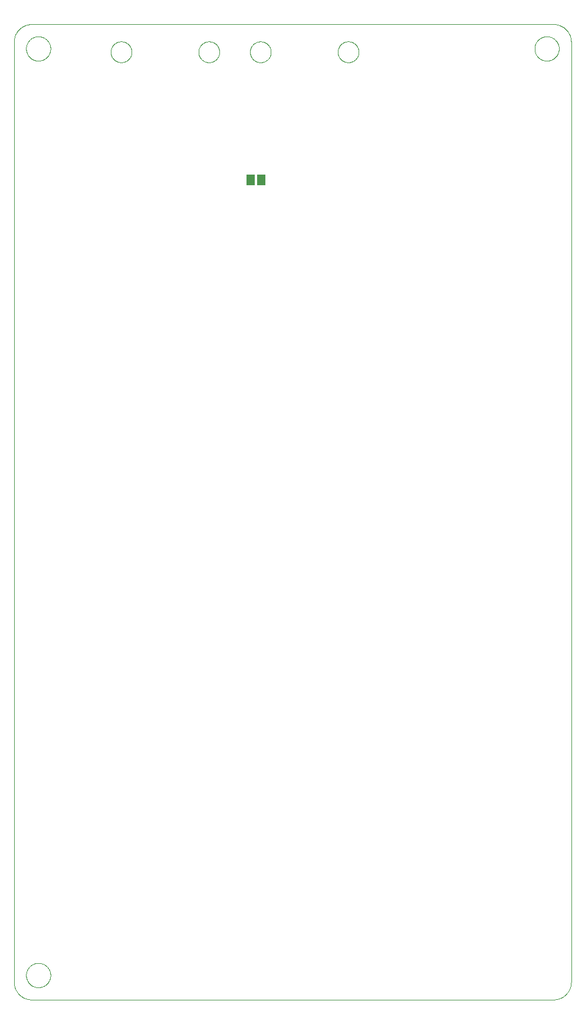
<source format=gbp>
G75*
%MOIN*%
%OFA0B0*%
%FSLAX25Y25*%
%IPPOS*%
%LPD*%
%AMOC8*
5,1,8,0,0,1.08239X$1,22.5*
%
%ADD10C,0.00000*%
%ADD11R,0.04600X0.06300*%
D10*
X0040833Y0051620D02*
X0040833Y0582801D01*
X0040836Y0583043D01*
X0040845Y0583284D01*
X0040859Y0583525D01*
X0040880Y0583766D01*
X0040906Y0584006D01*
X0040938Y0584246D01*
X0040976Y0584485D01*
X0041019Y0584722D01*
X0041069Y0584959D01*
X0041124Y0585194D01*
X0041184Y0585428D01*
X0041251Y0585660D01*
X0041322Y0585891D01*
X0041400Y0586120D01*
X0041483Y0586347D01*
X0041571Y0586572D01*
X0041665Y0586795D01*
X0041764Y0587015D01*
X0041869Y0587233D01*
X0041978Y0587448D01*
X0042093Y0587661D01*
X0042213Y0587871D01*
X0042338Y0588077D01*
X0042468Y0588281D01*
X0042603Y0588482D01*
X0042743Y0588679D01*
X0042887Y0588873D01*
X0043036Y0589063D01*
X0043190Y0589249D01*
X0043348Y0589432D01*
X0043510Y0589611D01*
X0043677Y0589786D01*
X0043848Y0589957D01*
X0044023Y0590124D01*
X0044202Y0590286D01*
X0044385Y0590444D01*
X0044571Y0590598D01*
X0044761Y0590747D01*
X0044955Y0590891D01*
X0045152Y0591031D01*
X0045353Y0591166D01*
X0045557Y0591296D01*
X0045763Y0591421D01*
X0045973Y0591541D01*
X0046186Y0591656D01*
X0046401Y0591765D01*
X0046619Y0591870D01*
X0046839Y0591969D01*
X0047062Y0592063D01*
X0047287Y0592151D01*
X0047514Y0592234D01*
X0047743Y0592312D01*
X0047974Y0592383D01*
X0048206Y0592450D01*
X0048440Y0592510D01*
X0048675Y0592565D01*
X0048912Y0592615D01*
X0049149Y0592658D01*
X0049388Y0592696D01*
X0049628Y0592728D01*
X0049868Y0592754D01*
X0050109Y0592775D01*
X0050350Y0592789D01*
X0050591Y0592798D01*
X0050833Y0592801D01*
X0345794Y0592801D01*
X0346036Y0592798D01*
X0346277Y0592789D01*
X0346518Y0592775D01*
X0346759Y0592754D01*
X0346999Y0592728D01*
X0347239Y0592696D01*
X0347478Y0592658D01*
X0347715Y0592615D01*
X0347952Y0592565D01*
X0348187Y0592510D01*
X0348421Y0592450D01*
X0348653Y0592383D01*
X0348884Y0592312D01*
X0349113Y0592234D01*
X0349340Y0592151D01*
X0349565Y0592063D01*
X0349788Y0591969D01*
X0350008Y0591870D01*
X0350226Y0591765D01*
X0350441Y0591656D01*
X0350654Y0591541D01*
X0350864Y0591421D01*
X0351070Y0591296D01*
X0351274Y0591166D01*
X0351475Y0591031D01*
X0351672Y0590891D01*
X0351866Y0590747D01*
X0352056Y0590598D01*
X0352242Y0590444D01*
X0352425Y0590286D01*
X0352604Y0590124D01*
X0352779Y0589957D01*
X0352950Y0589786D01*
X0353117Y0589611D01*
X0353279Y0589432D01*
X0353437Y0589249D01*
X0353591Y0589063D01*
X0353740Y0588873D01*
X0353884Y0588679D01*
X0354024Y0588482D01*
X0354159Y0588281D01*
X0354289Y0588077D01*
X0354414Y0587871D01*
X0354534Y0587661D01*
X0354649Y0587448D01*
X0354758Y0587233D01*
X0354863Y0587015D01*
X0354962Y0586795D01*
X0355056Y0586572D01*
X0355144Y0586347D01*
X0355227Y0586120D01*
X0355305Y0585891D01*
X0355376Y0585660D01*
X0355443Y0585428D01*
X0355503Y0585194D01*
X0355558Y0584959D01*
X0355608Y0584722D01*
X0355651Y0584485D01*
X0355689Y0584246D01*
X0355721Y0584006D01*
X0355747Y0583766D01*
X0355768Y0583525D01*
X0355782Y0583284D01*
X0355791Y0583043D01*
X0355794Y0582801D01*
X0355794Y0051620D01*
X0355791Y0051378D01*
X0355782Y0051137D01*
X0355768Y0050896D01*
X0355747Y0050655D01*
X0355721Y0050415D01*
X0355689Y0050175D01*
X0355651Y0049936D01*
X0355608Y0049699D01*
X0355558Y0049462D01*
X0355503Y0049227D01*
X0355443Y0048993D01*
X0355376Y0048761D01*
X0355305Y0048530D01*
X0355227Y0048301D01*
X0355144Y0048074D01*
X0355056Y0047849D01*
X0354962Y0047626D01*
X0354863Y0047406D01*
X0354758Y0047188D01*
X0354649Y0046973D01*
X0354534Y0046760D01*
X0354414Y0046550D01*
X0354289Y0046344D01*
X0354159Y0046140D01*
X0354024Y0045939D01*
X0353884Y0045742D01*
X0353740Y0045548D01*
X0353591Y0045358D01*
X0353437Y0045172D01*
X0353279Y0044989D01*
X0353117Y0044810D01*
X0352950Y0044635D01*
X0352779Y0044464D01*
X0352604Y0044297D01*
X0352425Y0044135D01*
X0352242Y0043977D01*
X0352056Y0043823D01*
X0351866Y0043674D01*
X0351672Y0043530D01*
X0351475Y0043390D01*
X0351274Y0043255D01*
X0351070Y0043125D01*
X0350864Y0043000D01*
X0350654Y0042880D01*
X0350441Y0042765D01*
X0350226Y0042656D01*
X0350008Y0042551D01*
X0349788Y0042452D01*
X0349565Y0042358D01*
X0349340Y0042270D01*
X0349113Y0042187D01*
X0348884Y0042109D01*
X0348653Y0042038D01*
X0348421Y0041971D01*
X0348187Y0041911D01*
X0347952Y0041856D01*
X0347715Y0041806D01*
X0347478Y0041763D01*
X0347239Y0041725D01*
X0346999Y0041693D01*
X0346759Y0041667D01*
X0346518Y0041646D01*
X0346277Y0041632D01*
X0346036Y0041623D01*
X0345794Y0041620D01*
X0050833Y0041620D01*
X0050591Y0041623D01*
X0050350Y0041632D01*
X0050109Y0041646D01*
X0049868Y0041667D01*
X0049628Y0041693D01*
X0049388Y0041725D01*
X0049149Y0041763D01*
X0048912Y0041806D01*
X0048675Y0041856D01*
X0048440Y0041911D01*
X0048206Y0041971D01*
X0047974Y0042038D01*
X0047743Y0042109D01*
X0047514Y0042187D01*
X0047287Y0042270D01*
X0047062Y0042358D01*
X0046839Y0042452D01*
X0046619Y0042551D01*
X0046401Y0042656D01*
X0046186Y0042765D01*
X0045973Y0042880D01*
X0045763Y0043000D01*
X0045557Y0043125D01*
X0045353Y0043255D01*
X0045152Y0043390D01*
X0044955Y0043530D01*
X0044761Y0043674D01*
X0044571Y0043823D01*
X0044385Y0043977D01*
X0044202Y0044135D01*
X0044023Y0044297D01*
X0043848Y0044464D01*
X0043677Y0044635D01*
X0043510Y0044810D01*
X0043348Y0044989D01*
X0043190Y0045172D01*
X0043036Y0045358D01*
X0042887Y0045548D01*
X0042743Y0045742D01*
X0042603Y0045939D01*
X0042468Y0046140D01*
X0042338Y0046344D01*
X0042213Y0046550D01*
X0042093Y0046760D01*
X0041978Y0046973D01*
X0041869Y0047188D01*
X0041764Y0047406D01*
X0041665Y0047626D01*
X0041571Y0047849D01*
X0041483Y0048074D01*
X0041400Y0048301D01*
X0041322Y0048530D01*
X0041251Y0048761D01*
X0041184Y0048993D01*
X0041124Y0049227D01*
X0041069Y0049462D01*
X0041019Y0049699D01*
X0040976Y0049936D01*
X0040938Y0050175D01*
X0040906Y0050415D01*
X0040880Y0050655D01*
X0040859Y0050896D01*
X0040845Y0051137D01*
X0040836Y0051378D01*
X0040833Y0051620D01*
X0047723Y0055399D02*
X0047725Y0055568D01*
X0047731Y0055737D01*
X0047742Y0055906D01*
X0047756Y0056074D01*
X0047775Y0056242D01*
X0047798Y0056410D01*
X0047824Y0056577D01*
X0047855Y0056743D01*
X0047890Y0056909D01*
X0047929Y0057073D01*
X0047973Y0057237D01*
X0048020Y0057399D01*
X0048071Y0057560D01*
X0048126Y0057720D01*
X0048185Y0057879D01*
X0048247Y0058036D01*
X0048314Y0058191D01*
X0048385Y0058345D01*
X0048459Y0058497D01*
X0048537Y0058647D01*
X0048618Y0058795D01*
X0048703Y0058941D01*
X0048792Y0059085D01*
X0048884Y0059227D01*
X0048980Y0059366D01*
X0049079Y0059503D01*
X0049181Y0059638D01*
X0049287Y0059770D01*
X0049396Y0059899D01*
X0049508Y0060026D01*
X0049623Y0060150D01*
X0049741Y0060271D01*
X0049862Y0060389D01*
X0049986Y0060504D01*
X0050113Y0060616D01*
X0050242Y0060725D01*
X0050374Y0060831D01*
X0050509Y0060933D01*
X0050646Y0061032D01*
X0050785Y0061128D01*
X0050927Y0061220D01*
X0051071Y0061309D01*
X0051217Y0061394D01*
X0051365Y0061475D01*
X0051515Y0061553D01*
X0051667Y0061627D01*
X0051821Y0061698D01*
X0051976Y0061765D01*
X0052133Y0061827D01*
X0052292Y0061886D01*
X0052452Y0061941D01*
X0052613Y0061992D01*
X0052775Y0062039D01*
X0052939Y0062083D01*
X0053103Y0062122D01*
X0053269Y0062157D01*
X0053435Y0062188D01*
X0053602Y0062214D01*
X0053770Y0062237D01*
X0053938Y0062256D01*
X0054106Y0062270D01*
X0054275Y0062281D01*
X0054444Y0062287D01*
X0054613Y0062289D01*
X0054782Y0062287D01*
X0054951Y0062281D01*
X0055120Y0062270D01*
X0055288Y0062256D01*
X0055456Y0062237D01*
X0055624Y0062214D01*
X0055791Y0062188D01*
X0055957Y0062157D01*
X0056123Y0062122D01*
X0056287Y0062083D01*
X0056451Y0062039D01*
X0056613Y0061992D01*
X0056774Y0061941D01*
X0056934Y0061886D01*
X0057093Y0061827D01*
X0057250Y0061765D01*
X0057405Y0061698D01*
X0057559Y0061627D01*
X0057711Y0061553D01*
X0057861Y0061475D01*
X0058009Y0061394D01*
X0058155Y0061309D01*
X0058299Y0061220D01*
X0058441Y0061128D01*
X0058580Y0061032D01*
X0058717Y0060933D01*
X0058852Y0060831D01*
X0058984Y0060725D01*
X0059113Y0060616D01*
X0059240Y0060504D01*
X0059364Y0060389D01*
X0059485Y0060271D01*
X0059603Y0060150D01*
X0059718Y0060026D01*
X0059830Y0059899D01*
X0059939Y0059770D01*
X0060045Y0059638D01*
X0060147Y0059503D01*
X0060246Y0059366D01*
X0060342Y0059227D01*
X0060434Y0059085D01*
X0060523Y0058941D01*
X0060608Y0058795D01*
X0060689Y0058647D01*
X0060767Y0058497D01*
X0060841Y0058345D01*
X0060912Y0058191D01*
X0060979Y0058036D01*
X0061041Y0057879D01*
X0061100Y0057720D01*
X0061155Y0057560D01*
X0061206Y0057399D01*
X0061253Y0057237D01*
X0061297Y0057073D01*
X0061336Y0056909D01*
X0061371Y0056743D01*
X0061402Y0056577D01*
X0061428Y0056410D01*
X0061451Y0056242D01*
X0061470Y0056074D01*
X0061484Y0055906D01*
X0061495Y0055737D01*
X0061501Y0055568D01*
X0061503Y0055399D01*
X0061501Y0055230D01*
X0061495Y0055061D01*
X0061484Y0054892D01*
X0061470Y0054724D01*
X0061451Y0054556D01*
X0061428Y0054388D01*
X0061402Y0054221D01*
X0061371Y0054055D01*
X0061336Y0053889D01*
X0061297Y0053725D01*
X0061253Y0053561D01*
X0061206Y0053399D01*
X0061155Y0053238D01*
X0061100Y0053078D01*
X0061041Y0052919D01*
X0060979Y0052762D01*
X0060912Y0052607D01*
X0060841Y0052453D01*
X0060767Y0052301D01*
X0060689Y0052151D01*
X0060608Y0052003D01*
X0060523Y0051857D01*
X0060434Y0051713D01*
X0060342Y0051571D01*
X0060246Y0051432D01*
X0060147Y0051295D01*
X0060045Y0051160D01*
X0059939Y0051028D01*
X0059830Y0050899D01*
X0059718Y0050772D01*
X0059603Y0050648D01*
X0059485Y0050527D01*
X0059364Y0050409D01*
X0059240Y0050294D01*
X0059113Y0050182D01*
X0058984Y0050073D01*
X0058852Y0049967D01*
X0058717Y0049865D01*
X0058580Y0049766D01*
X0058441Y0049670D01*
X0058299Y0049578D01*
X0058155Y0049489D01*
X0058009Y0049404D01*
X0057861Y0049323D01*
X0057711Y0049245D01*
X0057559Y0049171D01*
X0057405Y0049100D01*
X0057250Y0049033D01*
X0057093Y0048971D01*
X0056934Y0048912D01*
X0056774Y0048857D01*
X0056613Y0048806D01*
X0056451Y0048759D01*
X0056287Y0048715D01*
X0056123Y0048676D01*
X0055957Y0048641D01*
X0055791Y0048610D01*
X0055624Y0048584D01*
X0055456Y0048561D01*
X0055288Y0048542D01*
X0055120Y0048528D01*
X0054951Y0048517D01*
X0054782Y0048511D01*
X0054613Y0048509D01*
X0054444Y0048511D01*
X0054275Y0048517D01*
X0054106Y0048528D01*
X0053938Y0048542D01*
X0053770Y0048561D01*
X0053602Y0048584D01*
X0053435Y0048610D01*
X0053269Y0048641D01*
X0053103Y0048676D01*
X0052939Y0048715D01*
X0052775Y0048759D01*
X0052613Y0048806D01*
X0052452Y0048857D01*
X0052292Y0048912D01*
X0052133Y0048971D01*
X0051976Y0049033D01*
X0051821Y0049100D01*
X0051667Y0049171D01*
X0051515Y0049245D01*
X0051365Y0049323D01*
X0051217Y0049404D01*
X0051071Y0049489D01*
X0050927Y0049578D01*
X0050785Y0049670D01*
X0050646Y0049766D01*
X0050509Y0049865D01*
X0050374Y0049967D01*
X0050242Y0050073D01*
X0050113Y0050182D01*
X0049986Y0050294D01*
X0049862Y0050409D01*
X0049741Y0050527D01*
X0049623Y0050648D01*
X0049508Y0050772D01*
X0049396Y0050899D01*
X0049287Y0051028D01*
X0049181Y0051160D01*
X0049079Y0051295D01*
X0048980Y0051432D01*
X0048884Y0051571D01*
X0048792Y0051713D01*
X0048703Y0051857D01*
X0048618Y0052003D01*
X0048537Y0052151D01*
X0048459Y0052301D01*
X0048385Y0052453D01*
X0048314Y0052607D01*
X0048247Y0052762D01*
X0048185Y0052919D01*
X0048126Y0053078D01*
X0048071Y0053238D01*
X0048020Y0053399D01*
X0047973Y0053561D01*
X0047929Y0053725D01*
X0047890Y0053889D01*
X0047855Y0054055D01*
X0047824Y0054221D01*
X0047798Y0054388D01*
X0047775Y0054556D01*
X0047756Y0054724D01*
X0047742Y0054892D01*
X0047731Y0055061D01*
X0047725Y0055230D01*
X0047723Y0055399D01*
X0047723Y0579022D02*
X0047725Y0579191D01*
X0047731Y0579360D01*
X0047742Y0579529D01*
X0047756Y0579697D01*
X0047775Y0579865D01*
X0047798Y0580033D01*
X0047824Y0580200D01*
X0047855Y0580366D01*
X0047890Y0580532D01*
X0047929Y0580696D01*
X0047973Y0580860D01*
X0048020Y0581022D01*
X0048071Y0581183D01*
X0048126Y0581343D01*
X0048185Y0581502D01*
X0048247Y0581659D01*
X0048314Y0581814D01*
X0048385Y0581968D01*
X0048459Y0582120D01*
X0048537Y0582270D01*
X0048618Y0582418D01*
X0048703Y0582564D01*
X0048792Y0582708D01*
X0048884Y0582850D01*
X0048980Y0582989D01*
X0049079Y0583126D01*
X0049181Y0583261D01*
X0049287Y0583393D01*
X0049396Y0583522D01*
X0049508Y0583649D01*
X0049623Y0583773D01*
X0049741Y0583894D01*
X0049862Y0584012D01*
X0049986Y0584127D01*
X0050113Y0584239D01*
X0050242Y0584348D01*
X0050374Y0584454D01*
X0050509Y0584556D01*
X0050646Y0584655D01*
X0050785Y0584751D01*
X0050927Y0584843D01*
X0051071Y0584932D01*
X0051217Y0585017D01*
X0051365Y0585098D01*
X0051515Y0585176D01*
X0051667Y0585250D01*
X0051821Y0585321D01*
X0051976Y0585388D01*
X0052133Y0585450D01*
X0052292Y0585509D01*
X0052452Y0585564D01*
X0052613Y0585615D01*
X0052775Y0585662D01*
X0052939Y0585706D01*
X0053103Y0585745D01*
X0053269Y0585780D01*
X0053435Y0585811D01*
X0053602Y0585837D01*
X0053770Y0585860D01*
X0053938Y0585879D01*
X0054106Y0585893D01*
X0054275Y0585904D01*
X0054444Y0585910D01*
X0054613Y0585912D01*
X0054782Y0585910D01*
X0054951Y0585904D01*
X0055120Y0585893D01*
X0055288Y0585879D01*
X0055456Y0585860D01*
X0055624Y0585837D01*
X0055791Y0585811D01*
X0055957Y0585780D01*
X0056123Y0585745D01*
X0056287Y0585706D01*
X0056451Y0585662D01*
X0056613Y0585615D01*
X0056774Y0585564D01*
X0056934Y0585509D01*
X0057093Y0585450D01*
X0057250Y0585388D01*
X0057405Y0585321D01*
X0057559Y0585250D01*
X0057711Y0585176D01*
X0057861Y0585098D01*
X0058009Y0585017D01*
X0058155Y0584932D01*
X0058299Y0584843D01*
X0058441Y0584751D01*
X0058580Y0584655D01*
X0058717Y0584556D01*
X0058852Y0584454D01*
X0058984Y0584348D01*
X0059113Y0584239D01*
X0059240Y0584127D01*
X0059364Y0584012D01*
X0059485Y0583894D01*
X0059603Y0583773D01*
X0059718Y0583649D01*
X0059830Y0583522D01*
X0059939Y0583393D01*
X0060045Y0583261D01*
X0060147Y0583126D01*
X0060246Y0582989D01*
X0060342Y0582850D01*
X0060434Y0582708D01*
X0060523Y0582564D01*
X0060608Y0582418D01*
X0060689Y0582270D01*
X0060767Y0582120D01*
X0060841Y0581968D01*
X0060912Y0581814D01*
X0060979Y0581659D01*
X0061041Y0581502D01*
X0061100Y0581343D01*
X0061155Y0581183D01*
X0061206Y0581022D01*
X0061253Y0580860D01*
X0061297Y0580696D01*
X0061336Y0580532D01*
X0061371Y0580366D01*
X0061402Y0580200D01*
X0061428Y0580033D01*
X0061451Y0579865D01*
X0061470Y0579697D01*
X0061484Y0579529D01*
X0061495Y0579360D01*
X0061501Y0579191D01*
X0061503Y0579022D01*
X0061501Y0578853D01*
X0061495Y0578684D01*
X0061484Y0578515D01*
X0061470Y0578347D01*
X0061451Y0578179D01*
X0061428Y0578011D01*
X0061402Y0577844D01*
X0061371Y0577678D01*
X0061336Y0577512D01*
X0061297Y0577348D01*
X0061253Y0577184D01*
X0061206Y0577022D01*
X0061155Y0576861D01*
X0061100Y0576701D01*
X0061041Y0576542D01*
X0060979Y0576385D01*
X0060912Y0576230D01*
X0060841Y0576076D01*
X0060767Y0575924D01*
X0060689Y0575774D01*
X0060608Y0575626D01*
X0060523Y0575480D01*
X0060434Y0575336D01*
X0060342Y0575194D01*
X0060246Y0575055D01*
X0060147Y0574918D01*
X0060045Y0574783D01*
X0059939Y0574651D01*
X0059830Y0574522D01*
X0059718Y0574395D01*
X0059603Y0574271D01*
X0059485Y0574150D01*
X0059364Y0574032D01*
X0059240Y0573917D01*
X0059113Y0573805D01*
X0058984Y0573696D01*
X0058852Y0573590D01*
X0058717Y0573488D01*
X0058580Y0573389D01*
X0058441Y0573293D01*
X0058299Y0573201D01*
X0058155Y0573112D01*
X0058009Y0573027D01*
X0057861Y0572946D01*
X0057711Y0572868D01*
X0057559Y0572794D01*
X0057405Y0572723D01*
X0057250Y0572656D01*
X0057093Y0572594D01*
X0056934Y0572535D01*
X0056774Y0572480D01*
X0056613Y0572429D01*
X0056451Y0572382D01*
X0056287Y0572338D01*
X0056123Y0572299D01*
X0055957Y0572264D01*
X0055791Y0572233D01*
X0055624Y0572207D01*
X0055456Y0572184D01*
X0055288Y0572165D01*
X0055120Y0572151D01*
X0054951Y0572140D01*
X0054782Y0572134D01*
X0054613Y0572132D01*
X0054444Y0572134D01*
X0054275Y0572140D01*
X0054106Y0572151D01*
X0053938Y0572165D01*
X0053770Y0572184D01*
X0053602Y0572207D01*
X0053435Y0572233D01*
X0053269Y0572264D01*
X0053103Y0572299D01*
X0052939Y0572338D01*
X0052775Y0572382D01*
X0052613Y0572429D01*
X0052452Y0572480D01*
X0052292Y0572535D01*
X0052133Y0572594D01*
X0051976Y0572656D01*
X0051821Y0572723D01*
X0051667Y0572794D01*
X0051515Y0572868D01*
X0051365Y0572946D01*
X0051217Y0573027D01*
X0051071Y0573112D01*
X0050927Y0573201D01*
X0050785Y0573293D01*
X0050646Y0573389D01*
X0050509Y0573488D01*
X0050374Y0573590D01*
X0050242Y0573696D01*
X0050113Y0573805D01*
X0049986Y0573917D01*
X0049862Y0574032D01*
X0049741Y0574150D01*
X0049623Y0574271D01*
X0049508Y0574395D01*
X0049396Y0574522D01*
X0049287Y0574651D01*
X0049181Y0574783D01*
X0049079Y0574918D01*
X0048980Y0575055D01*
X0048884Y0575194D01*
X0048792Y0575336D01*
X0048703Y0575480D01*
X0048618Y0575626D01*
X0048537Y0575774D01*
X0048459Y0575924D01*
X0048385Y0576076D01*
X0048314Y0576230D01*
X0048247Y0576385D01*
X0048185Y0576542D01*
X0048126Y0576701D01*
X0048071Y0576861D01*
X0048020Y0577022D01*
X0047973Y0577184D01*
X0047929Y0577348D01*
X0047890Y0577512D01*
X0047855Y0577678D01*
X0047824Y0577844D01*
X0047798Y0578011D01*
X0047775Y0578179D01*
X0047756Y0578347D01*
X0047742Y0578515D01*
X0047731Y0578684D01*
X0047725Y0578853D01*
X0047723Y0579022D01*
X0095557Y0577132D02*
X0095559Y0577285D01*
X0095565Y0577439D01*
X0095575Y0577592D01*
X0095589Y0577744D01*
X0095607Y0577897D01*
X0095629Y0578048D01*
X0095654Y0578199D01*
X0095684Y0578350D01*
X0095718Y0578500D01*
X0095755Y0578648D01*
X0095796Y0578796D01*
X0095841Y0578942D01*
X0095890Y0579088D01*
X0095943Y0579232D01*
X0095999Y0579374D01*
X0096059Y0579515D01*
X0096123Y0579655D01*
X0096190Y0579793D01*
X0096261Y0579929D01*
X0096336Y0580063D01*
X0096413Y0580195D01*
X0096495Y0580325D01*
X0096579Y0580453D01*
X0096667Y0580579D01*
X0096758Y0580702D01*
X0096852Y0580823D01*
X0096950Y0580941D01*
X0097050Y0581057D01*
X0097154Y0581170D01*
X0097260Y0581281D01*
X0097369Y0581389D01*
X0097481Y0581494D01*
X0097595Y0581595D01*
X0097713Y0581694D01*
X0097832Y0581790D01*
X0097954Y0581883D01*
X0098079Y0581972D01*
X0098206Y0582059D01*
X0098335Y0582141D01*
X0098466Y0582221D01*
X0098599Y0582297D01*
X0098734Y0582370D01*
X0098871Y0582439D01*
X0099010Y0582504D01*
X0099150Y0582566D01*
X0099292Y0582624D01*
X0099435Y0582679D01*
X0099580Y0582730D01*
X0099726Y0582777D01*
X0099873Y0582820D01*
X0100021Y0582859D01*
X0100170Y0582895D01*
X0100320Y0582926D01*
X0100471Y0582954D01*
X0100622Y0582978D01*
X0100775Y0582998D01*
X0100927Y0583014D01*
X0101080Y0583026D01*
X0101233Y0583034D01*
X0101386Y0583038D01*
X0101540Y0583038D01*
X0101693Y0583034D01*
X0101846Y0583026D01*
X0101999Y0583014D01*
X0102151Y0582998D01*
X0102304Y0582978D01*
X0102455Y0582954D01*
X0102606Y0582926D01*
X0102756Y0582895D01*
X0102905Y0582859D01*
X0103053Y0582820D01*
X0103200Y0582777D01*
X0103346Y0582730D01*
X0103491Y0582679D01*
X0103634Y0582624D01*
X0103776Y0582566D01*
X0103916Y0582504D01*
X0104055Y0582439D01*
X0104192Y0582370D01*
X0104327Y0582297D01*
X0104460Y0582221D01*
X0104591Y0582141D01*
X0104720Y0582059D01*
X0104847Y0581972D01*
X0104972Y0581883D01*
X0105094Y0581790D01*
X0105213Y0581694D01*
X0105331Y0581595D01*
X0105445Y0581494D01*
X0105557Y0581389D01*
X0105666Y0581281D01*
X0105772Y0581170D01*
X0105876Y0581057D01*
X0105976Y0580941D01*
X0106074Y0580823D01*
X0106168Y0580702D01*
X0106259Y0580579D01*
X0106347Y0580453D01*
X0106431Y0580325D01*
X0106513Y0580195D01*
X0106590Y0580063D01*
X0106665Y0579929D01*
X0106736Y0579793D01*
X0106803Y0579655D01*
X0106867Y0579515D01*
X0106927Y0579374D01*
X0106983Y0579232D01*
X0107036Y0579088D01*
X0107085Y0578942D01*
X0107130Y0578796D01*
X0107171Y0578648D01*
X0107208Y0578500D01*
X0107242Y0578350D01*
X0107272Y0578199D01*
X0107297Y0578048D01*
X0107319Y0577897D01*
X0107337Y0577744D01*
X0107351Y0577592D01*
X0107361Y0577439D01*
X0107367Y0577285D01*
X0107369Y0577132D01*
X0107367Y0576979D01*
X0107361Y0576825D01*
X0107351Y0576672D01*
X0107337Y0576520D01*
X0107319Y0576367D01*
X0107297Y0576216D01*
X0107272Y0576065D01*
X0107242Y0575914D01*
X0107208Y0575764D01*
X0107171Y0575616D01*
X0107130Y0575468D01*
X0107085Y0575322D01*
X0107036Y0575176D01*
X0106983Y0575032D01*
X0106927Y0574890D01*
X0106867Y0574749D01*
X0106803Y0574609D01*
X0106736Y0574471D01*
X0106665Y0574335D01*
X0106590Y0574201D01*
X0106513Y0574069D01*
X0106431Y0573939D01*
X0106347Y0573811D01*
X0106259Y0573685D01*
X0106168Y0573562D01*
X0106074Y0573441D01*
X0105976Y0573323D01*
X0105876Y0573207D01*
X0105772Y0573094D01*
X0105666Y0572983D01*
X0105557Y0572875D01*
X0105445Y0572770D01*
X0105331Y0572669D01*
X0105213Y0572570D01*
X0105094Y0572474D01*
X0104972Y0572381D01*
X0104847Y0572292D01*
X0104720Y0572205D01*
X0104591Y0572123D01*
X0104460Y0572043D01*
X0104327Y0571967D01*
X0104192Y0571894D01*
X0104055Y0571825D01*
X0103916Y0571760D01*
X0103776Y0571698D01*
X0103634Y0571640D01*
X0103491Y0571585D01*
X0103346Y0571534D01*
X0103200Y0571487D01*
X0103053Y0571444D01*
X0102905Y0571405D01*
X0102756Y0571369D01*
X0102606Y0571338D01*
X0102455Y0571310D01*
X0102304Y0571286D01*
X0102151Y0571266D01*
X0101999Y0571250D01*
X0101846Y0571238D01*
X0101693Y0571230D01*
X0101540Y0571226D01*
X0101386Y0571226D01*
X0101233Y0571230D01*
X0101080Y0571238D01*
X0100927Y0571250D01*
X0100775Y0571266D01*
X0100622Y0571286D01*
X0100471Y0571310D01*
X0100320Y0571338D01*
X0100170Y0571369D01*
X0100021Y0571405D01*
X0099873Y0571444D01*
X0099726Y0571487D01*
X0099580Y0571534D01*
X0099435Y0571585D01*
X0099292Y0571640D01*
X0099150Y0571698D01*
X0099010Y0571760D01*
X0098871Y0571825D01*
X0098734Y0571894D01*
X0098599Y0571967D01*
X0098466Y0572043D01*
X0098335Y0572123D01*
X0098206Y0572205D01*
X0098079Y0572292D01*
X0097954Y0572381D01*
X0097832Y0572474D01*
X0097713Y0572570D01*
X0097595Y0572669D01*
X0097481Y0572770D01*
X0097369Y0572875D01*
X0097260Y0572983D01*
X0097154Y0573094D01*
X0097050Y0573207D01*
X0096950Y0573323D01*
X0096852Y0573441D01*
X0096758Y0573562D01*
X0096667Y0573685D01*
X0096579Y0573811D01*
X0096495Y0573939D01*
X0096413Y0574069D01*
X0096336Y0574201D01*
X0096261Y0574335D01*
X0096190Y0574471D01*
X0096123Y0574609D01*
X0096059Y0574749D01*
X0095999Y0574890D01*
X0095943Y0575032D01*
X0095890Y0575176D01*
X0095841Y0575322D01*
X0095796Y0575468D01*
X0095755Y0575616D01*
X0095718Y0575764D01*
X0095684Y0575914D01*
X0095654Y0576065D01*
X0095629Y0576216D01*
X0095607Y0576367D01*
X0095589Y0576520D01*
X0095575Y0576672D01*
X0095565Y0576825D01*
X0095559Y0576979D01*
X0095557Y0577132D01*
X0145164Y0577132D02*
X0145166Y0577285D01*
X0145172Y0577439D01*
X0145182Y0577592D01*
X0145196Y0577744D01*
X0145214Y0577897D01*
X0145236Y0578048D01*
X0145261Y0578199D01*
X0145291Y0578350D01*
X0145325Y0578500D01*
X0145362Y0578648D01*
X0145403Y0578796D01*
X0145448Y0578942D01*
X0145497Y0579088D01*
X0145550Y0579232D01*
X0145606Y0579374D01*
X0145666Y0579515D01*
X0145730Y0579655D01*
X0145797Y0579793D01*
X0145868Y0579929D01*
X0145943Y0580063D01*
X0146020Y0580195D01*
X0146102Y0580325D01*
X0146186Y0580453D01*
X0146274Y0580579D01*
X0146365Y0580702D01*
X0146459Y0580823D01*
X0146557Y0580941D01*
X0146657Y0581057D01*
X0146761Y0581170D01*
X0146867Y0581281D01*
X0146976Y0581389D01*
X0147088Y0581494D01*
X0147202Y0581595D01*
X0147320Y0581694D01*
X0147439Y0581790D01*
X0147561Y0581883D01*
X0147686Y0581972D01*
X0147813Y0582059D01*
X0147942Y0582141D01*
X0148073Y0582221D01*
X0148206Y0582297D01*
X0148341Y0582370D01*
X0148478Y0582439D01*
X0148617Y0582504D01*
X0148757Y0582566D01*
X0148899Y0582624D01*
X0149042Y0582679D01*
X0149187Y0582730D01*
X0149333Y0582777D01*
X0149480Y0582820D01*
X0149628Y0582859D01*
X0149777Y0582895D01*
X0149927Y0582926D01*
X0150078Y0582954D01*
X0150229Y0582978D01*
X0150382Y0582998D01*
X0150534Y0583014D01*
X0150687Y0583026D01*
X0150840Y0583034D01*
X0150993Y0583038D01*
X0151147Y0583038D01*
X0151300Y0583034D01*
X0151453Y0583026D01*
X0151606Y0583014D01*
X0151758Y0582998D01*
X0151911Y0582978D01*
X0152062Y0582954D01*
X0152213Y0582926D01*
X0152363Y0582895D01*
X0152512Y0582859D01*
X0152660Y0582820D01*
X0152807Y0582777D01*
X0152953Y0582730D01*
X0153098Y0582679D01*
X0153241Y0582624D01*
X0153383Y0582566D01*
X0153523Y0582504D01*
X0153662Y0582439D01*
X0153799Y0582370D01*
X0153934Y0582297D01*
X0154067Y0582221D01*
X0154198Y0582141D01*
X0154327Y0582059D01*
X0154454Y0581972D01*
X0154579Y0581883D01*
X0154701Y0581790D01*
X0154820Y0581694D01*
X0154938Y0581595D01*
X0155052Y0581494D01*
X0155164Y0581389D01*
X0155273Y0581281D01*
X0155379Y0581170D01*
X0155483Y0581057D01*
X0155583Y0580941D01*
X0155681Y0580823D01*
X0155775Y0580702D01*
X0155866Y0580579D01*
X0155954Y0580453D01*
X0156038Y0580325D01*
X0156120Y0580195D01*
X0156197Y0580063D01*
X0156272Y0579929D01*
X0156343Y0579793D01*
X0156410Y0579655D01*
X0156474Y0579515D01*
X0156534Y0579374D01*
X0156590Y0579232D01*
X0156643Y0579088D01*
X0156692Y0578942D01*
X0156737Y0578796D01*
X0156778Y0578648D01*
X0156815Y0578500D01*
X0156849Y0578350D01*
X0156879Y0578199D01*
X0156904Y0578048D01*
X0156926Y0577897D01*
X0156944Y0577744D01*
X0156958Y0577592D01*
X0156968Y0577439D01*
X0156974Y0577285D01*
X0156976Y0577132D01*
X0156974Y0576979D01*
X0156968Y0576825D01*
X0156958Y0576672D01*
X0156944Y0576520D01*
X0156926Y0576367D01*
X0156904Y0576216D01*
X0156879Y0576065D01*
X0156849Y0575914D01*
X0156815Y0575764D01*
X0156778Y0575616D01*
X0156737Y0575468D01*
X0156692Y0575322D01*
X0156643Y0575176D01*
X0156590Y0575032D01*
X0156534Y0574890D01*
X0156474Y0574749D01*
X0156410Y0574609D01*
X0156343Y0574471D01*
X0156272Y0574335D01*
X0156197Y0574201D01*
X0156120Y0574069D01*
X0156038Y0573939D01*
X0155954Y0573811D01*
X0155866Y0573685D01*
X0155775Y0573562D01*
X0155681Y0573441D01*
X0155583Y0573323D01*
X0155483Y0573207D01*
X0155379Y0573094D01*
X0155273Y0572983D01*
X0155164Y0572875D01*
X0155052Y0572770D01*
X0154938Y0572669D01*
X0154820Y0572570D01*
X0154701Y0572474D01*
X0154579Y0572381D01*
X0154454Y0572292D01*
X0154327Y0572205D01*
X0154198Y0572123D01*
X0154067Y0572043D01*
X0153934Y0571967D01*
X0153799Y0571894D01*
X0153662Y0571825D01*
X0153523Y0571760D01*
X0153383Y0571698D01*
X0153241Y0571640D01*
X0153098Y0571585D01*
X0152953Y0571534D01*
X0152807Y0571487D01*
X0152660Y0571444D01*
X0152512Y0571405D01*
X0152363Y0571369D01*
X0152213Y0571338D01*
X0152062Y0571310D01*
X0151911Y0571286D01*
X0151758Y0571266D01*
X0151606Y0571250D01*
X0151453Y0571238D01*
X0151300Y0571230D01*
X0151147Y0571226D01*
X0150993Y0571226D01*
X0150840Y0571230D01*
X0150687Y0571238D01*
X0150534Y0571250D01*
X0150382Y0571266D01*
X0150229Y0571286D01*
X0150078Y0571310D01*
X0149927Y0571338D01*
X0149777Y0571369D01*
X0149628Y0571405D01*
X0149480Y0571444D01*
X0149333Y0571487D01*
X0149187Y0571534D01*
X0149042Y0571585D01*
X0148899Y0571640D01*
X0148757Y0571698D01*
X0148617Y0571760D01*
X0148478Y0571825D01*
X0148341Y0571894D01*
X0148206Y0571967D01*
X0148073Y0572043D01*
X0147942Y0572123D01*
X0147813Y0572205D01*
X0147686Y0572292D01*
X0147561Y0572381D01*
X0147439Y0572474D01*
X0147320Y0572570D01*
X0147202Y0572669D01*
X0147088Y0572770D01*
X0146976Y0572875D01*
X0146867Y0572983D01*
X0146761Y0573094D01*
X0146657Y0573207D01*
X0146557Y0573323D01*
X0146459Y0573441D01*
X0146365Y0573562D01*
X0146274Y0573685D01*
X0146186Y0573811D01*
X0146102Y0573939D01*
X0146020Y0574069D01*
X0145943Y0574201D01*
X0145868Y0574335D01*
X0145797Y0574471D01*
X0145730Y0574609D01*
X0145666Y0574749D01*
X0145606Y0574890D01*
X0145550Y0575032D01*
X0145497Y0575176D01*
X0145448Y0575322D01*
X0145403Y0575468D01*
X0145362Y0575616D01*
X0145325Y0575764D01*
X0145291Y0575914D01*
X0145261Y0576065D01*
X0145236Y0576216D01*
X0145214Y0576367D01*
X0145196Y0576520D01*
X0145182Y0576672D01*
X0145172Y0576825D01*
X0145166Y0576979D01*
X0145164Y0577132D01*
X0174297Y0577132D02*
X0174299Y0577285D01*
X0174305Y0577439D01*
X0174315Y0577592D01*
X0174329Y0577744D01*
X0174347Y0577897D01*
X0174369Y0578048D01*
X0174394Y0578199D01*
X0174424Y0578350D01*
X0174458Y0578500D01*
X0174495Y0578648D01*
X0174536Y0578796D01*
X0174581Y0578942D01*
X0174630Y0579088D01*
X0174683Y0579232D01*
X0174739Y0579374D01*
X0174799Y0579515D01*
X0174863Y0579655D01*
X0174930Y0579793D01*
X0175001Y0579929D01*
X0175076Y0580063D01*
X0175153Y0580195D01*
X0175235Y0580325D01*
X0175319Y0580453D01*
X0175407Y0580579D01*
X0175498Y0580702D01*
X0175592Y0580823D01*
X0175690Y0580941D01*
X0175790Y0581057D01*
X0175894Y0581170D01*
X0176000Y0581281D01*
X0176109Y0581389D01*
X0176221Y0581494D01*
X0176335Y0581595D01*
X0176453Y0581694D01*
X0176572Y0581790D01*
X0176694Y0581883D01*
X0176819Y0581972D01*
X0176946Y0582059D01*
X0177075Y0582141D01*
X0177206Y0582221D01*
X0177339Y0582297D01*
X0177474Y0582370D01*
X0177611Y0582439D01*
X0177750Y0582504D01*
X0177890Y0582566D01*
X0178032Y0582624D01*
X0178175Y0582679D01*
X0178320Y0582730D01*
X0178466Y0582777D01*
X0178613Y0582820D01*
X0178761Y0582859D01*
X0178910Y0582895D01*
X0179060Y0582926D01*
X0179211Y0582954D01*
X0179362Y0582978D01*
X0179515Y0582998D01*
X0179667Y0583014D01*
X0179820Y0583026D01*
X0179973Y0583034D01*
X0180126Y0583038D01*
X0180280Y0583038D01*
X0180433Y0583034D01*
X0180586Y0583026D01*
X0180739Y0583014D01*
X0180891Y0582998D01*
X0181044Y0582978D01*
X0181195Y0582954D01*
X0181346Y0582926D01*
X0181496Y0582895D01*
X0181645Y0582859D01*
X0181793Y0582820D01*
X0181940Y0582777D01*
X0182086Y0582730D01*
X0182231Y0582679D01*
X0182374Y0582624D01*
X0182516Y0582566D01*
X0182656Y0582504D01*
X0182795Y0582439D01*
X0182932Y0582370D01*
X0183067Y0582297D01*
X0183200Y0582221D01*
X0183331Y0582141D01*
X0183460Y0582059D01*
X0183587Y0581972D01*
X0183712Y0581883D01*
X0183834Y0581790D01*
X0183953Y0581694D01*
X0184071Y0581595D01*
X0184185Y0581494D01*
X0184297Y0581389D01*
X0184406Y0581281D01*
X0184512Y0581170D01*
X0184616Y0581057D01*
X0184716Y0580941D01*
X0184814Y0580823D01*
X0184908Y0580702D01*
X0184999Y0580579D01*
X0185087Y0580453D01*
X0185171Y0580325D01*
X0185253Y0580195D01*
X0185330Y0580063D01*
X0185405Y0579929D01*
X0185476Y0579793D01*
X0185543Y0579655D01*
X0185607Y0579515D01*
X0185667Y0579374D01*
X0185723Y0579232D01*
X0185776Y0579088D01*
X0185825Y0578942D01*
X0185870Y0578796D01*
X0185911Y0578648D01*
X0185948Y0578500D01*
X0185982Y0578350D01*
X0186012Y0578199D01*
X0186037Y0578048D01*
X0186059Y0577897D01*
X0186077Y0577744D01*
X0186091Y0577592D01*
X0186101Y0577439D01*
X0186107Y0577285D01*
X0186109Y0577132D01*
X0186107Y0576979D01*
X0186101Y0576825D01*
X0186091Y0576672D01*
X0186077Y0576520D01*
X0186059Y0576367D01*
X0186037Y0576216D01*
X0186012Y0576065D01*
X0185982Y0575914D01*
X0185948Y0575764D01*
X0185911Y0575616D01*
X0185870Y0575468D01*
X0185825Y0575322D01*
X0185776Y0575176D01*
X0185723Y0575032D01*
X0185667Y0574890D01*
X0185607Y0574749D01*
X0185543Y0574609D01*
X0185476Y0574471D01*
X0185405Y0574335D01*
X0185330Y0574201D01*
X0185253Y0574069D01*
X0185171Y0573939D01*
X0185087Y0573811D01*
X0184999Y0573685D01*
X0184908Y0573562D01*
X0184814Y0573441D01*
X0184716Y0573323D01*
X0184616Y0573207D01*
X0184512Y0573094D01*
X0184406Y0572983D01*
X0184297Y0572875D01*
X0184185Y0572770D01*
X0184071Y0572669D01*
X0183953Y0572570D01*
X0183834Y0572474D01*
X0183712Y0572381D01*
X0183587Y0572292D01*
X0183460Y0572205D01*
X0183331Y0572123D01*
X0183200Y0572043D01*
X0183067Y0571967D01*
X0182932Y0571894D01*
X0182795Y0571825D01*
X0182656Y0571760D01*
X0182516Y0571698D01*
X0182374Y0571640D01*
X0182231Y0571585D01*
X0182086Y0571534D01*
X0181940Y0571487D01*
X0181793Y0571444D01*
X0181645Y0571405D01*
X0181496Y0571369D01*
X0181346Y0571338D01*
X0181195Y0571310D01*
X0181044Y0571286D01*
X0180891Y0571266D01*
X0180739Y0571250D01*
X0180586Y0571238D01*
X0180433Y0571230D01*
X0180280Y0571226D01*
X0180126Y0571226D01*
X0179973Y0571230D01*
X0179820Y0571238D01*
X0179667Y0571250D01*
X0179515Y0571266D01*
X0179362Y0571286D01*
X0179211Y0571310D01*
X0179060Y0571338D01*
X0178910Y0571369D01*
X0178761Y0571405D01*
X0178613Y0571444D01*
X0178466Y0571487D01*
X0178320Y0571534D01*
X0178175Y0571585D01*
X0178032Y0571640D01*
X0177890Y0571698D01*
X0177750Y0571760D01*
X0177611Y0571825D01*
X0177474Y0571894D01*
X0177339Y0571967D01*
X0177206Y0572043D01*
X0177075Y0572123D01*
X0176946Y0572205D01*
X0176819Y0572292D01*
X0176694Y0572381D01*
X0176572Y0572474D01*
X0176453Y0572570D01*
X0176335Y0572669D01*
X0176221Y0572770D01*
X0176109Y0572875D01*
X0176000Y0572983D01*
X0175894Y0573094D01*
X0175790Y0573207D01*
X0175690Y0573323D01*
X0175592Y0573441D01*
X0175498Y0573562D01*
X0175407Y0573685D01*
X0175319Y0573811D01*
X0175235Y0573939D01*
X0175153Y0574069D01*
X0175076Y0574201D01*
X0175001Y0574335D01*
X0174930Y0574471D01*
X0174863Y0574609D01*
X0174799Y0574749D01*
X0174739Y0574890D01*
X0174683Y0575032D01*
X0174630Y0575176D01*
X0174581Y0575322D01*
X0174536Y0575468D01*
X0174495Y0575616D01*
X0174458Y0575764D01*
X0174424Y0575914D01*
X0174394Y0576065D01*
X0174369Y0576216D01*
X0174347Y0576367D01*
X0174329Y0576520D01*
X0174315Y0576672D01*
X0174305Y0576825D01*
X0174299Y0576979D01*
X0174297Y0577132D01*
X0223904Y0577132D02*
X0223906Y0577285D01*
X0223912Y0577439D01*
X0223922Y0577592D01*
X0223936Y0577744D01*
X0223954Y0577897D01*
X0223976Y0578048D01*
X0224001Y0578199D01*
X0224031Y0578350D01*
X0224065Y0578500D01*
X0224102Y0578648D01*
X0224143Y0578796D01*
X0224188Y0578942D01*
X0224237Y0579088D01*
X0224290Y0579232D01*
X0224346Y0579374D01*
X0224406Y0579515D01*
X0224470Y0579655D01*
X0224537Y0579793D01*
X0224608Y0579929D01*
X0224683Y0580063D01*
X0224760Y0580195D01*
X0224842Y0580325D01*
X0224926Y0580453D01*
X0225014Y0580579D01*
X0225105Y0580702D01*
X0225199Y0580823D01*
X0225297Y0580941D01*
X0225397Y0581057D01*
X0225501Y0581170D01*
X0225607Y0581281D01*
X0225716Y0581389D01*
X0225828Y0581494D01*
X0225942Y0581595D01*
X0226060Y0581694D01*
X0226179Y0581790D01*
X0226301Y0581883D01*
X0226426Y0581972D01*
X0226553Y0582059D01*
X0226682Y0582141D01*
X0226813Y0582221D01*
X0226946Y0582297D01*
X0227081Y0582370D01*
X0227218Y0582439D01*
X0227357Y0582504D01*
X0227497Y0582566D01*
X0227639Y0582624D01*
X0227782Y0582679D01*
X0227927Y0582730D01*
X0228073Y0582777D01*
X0228220Y0582820D01*
X0228368Y0582859D01*
X0228517Y0582895D01*
X0228667Y0582926D01*
X0228818Y0582954D01*
X0228969Y0582978D01*
X0229122Y0582998D01*
X0229274Y0583014D01*
X0229427Y0583026D01*
X0229580Y0583034D01*
X0229733Y0583038D01*
X0229887Y0583038D01*
X0230040Y0583034D01*
X0230193Y0583026D01*
X0230346Y0583014D01*
X0230498Y0582998D01*
X0230651Y0582978D01*
X0230802Y0582954D01*
X0230953Y0582926D01*
X0231103Y0582895D01*
X0231252Y0582859D01*
X0231400Y0582820D01*
X0231547Y0582777D01*
X0231693Y0582730D01*
X0231838Y0582679D01*
X0231981Y0582624D01*
X0232123Y0582566D01*
X0232263Y0582504D01*
X0232402Y0582439D01*
X0232539Y0582370D01*
X0232674Y0582297D01*
X0232807Y0582221D01*
X0232938Y0582141D01*
X0233067Y0582059D01*
X0233194Y0581972D01*
X0233319Y0581883D01*
X0233441Y0581790D01*
X0233560Y0581694D01*
X0233678Y0581595D01*
X0233792Y0581494D01*
X0233904Y0581389D01*
X0234013Y0581281D01*
X0234119Y0581170D01*
X0234223Y0581057D01*
X0234323Y0580941D01*
X0234421Y0580823D01*
X0234515Y0580702D01*
X0234606Y0580579D01*
X0234694Y0580453D01*
X0234778Y0580325D01*
X0234860Y0580195D01*
X0234937Y0580063D01*
X0235012Y0579929D01*
X0235083Y0579793D01*
X0235150Y0579655D01*
X0235214Y0579515D01*
X0235274Y0579374D01*
X0235330Y0579232D01*
X0235383Y0579088D01*
X0235432Y0578942D01*
X0235477Y0578796D01*
X0235518Y0578648D01*
X0235555Y0578500D01*
X0235589Y0578350D01*
X0235619Y0578199D01*
X0235644Y0578048D01*
X0235666Y0577897D01*
X0235684Y0577744D01*
X0235698Y0577592D01*
X0235708Y0577439D01*
X0235714Y0577285D01*
X0235716Y0577132D01*
X0235714Y0576979D01*
X0235708Y0576825D01*
X0235698Y0576672D01*
X0235684Y0576520D01*
X0235666Y0576367D01*
X0235644Y0576216D01*
X0235619Y0576065D01*
X0235589Y0575914D01*
X0235555Y0575764D01*
X0235518Y0575616D01*
X0235477Y0575468D01*
X0235432Y0575322D01*
X0235383Y0575176D01*
X0235330Y0575032D01*
X0235274Y0574890D01*
X0235214Y0574749D01*
X0235150Y0574609D01*
X0235083Y0574471D01*
X0235012Y0574335D01*
X0234937Y0574201D01*
X0234860Y0574069D01*
X0234778Y0573939D01*
X0234694Y0573811D01*
X0234606Y0573685D01*
X0234515Y0573562D01*
X0234421Y0573441D01*
X0234323Y0573323D01*
X0234223Y0573207D01*
X0234119Y0573094D01*
X0234013Y0572983D01*
X0233904Y0572875D01*
X0233792Y0572770D01*
X0233678Y0572669D01*
X0233560Y0572570D01*
X0233441Y0572474D01*
X0233319Y0572381D01*
X0233194Y0572292D01*
X0233067Y0572205D01*
X0232938Y0572123D01*
X0232807Y0572043D01*
X0232674Y0571967D01*
X0232539Y0571894D01*
X0232402Y0571825D01*
X0232263Y0571760D01*
X0232123Y0571698D01*
X0231981Y0571640D01*
X0231838Y0571585D01*
X0231693Y0571534D01*
X0231547Y0571487D01*
X0231400Y0571444D01*
X0231252Y0571405D01*
X0231103Y0571369D01*
X0230953Y0571338D01*
X0230802Y0571310D01*
X0230651Y0571286D01*
X0230498Y0571266D01*
X0230346Y0571250D01*
X0230193Y0571238D01*
X0230040Y0571230D01*
X0229887Y0571226D01*
X0229733Y0571226D01*
X0229580Y0571230D01*
X0229427Y0571238D01*
X0229274Y0571250D01*
X0229122Y0571266D01*
X0228969Y0571286D01*
X0228818Y0571310D01*
X0228667Y0571338D01*
X0228517Y0571369D01*
X0228368Y0571405D01*
X0228220Y0571444D01*
X0228073Y0571487D01*
X0227927Y0571534D01*
X0227782Y0571585D01*
X0227639Y0571640D01*
X0227497Y0571698D01*
X0227357Y0571760D01*
X0227218Y0571825D01*
X0227081Y0571894D01*
X0226946Y0571967D01*
X0226813Y0572043D01*
X0226682Y0572123D01*
X0226553Y0572205D01*
X0226426Y0572292D01*
X0226301Y0572381D01*
X0226179Y0572474D01*
X0226060Y0572570D01*
X0225942Y0572669D01*
X0225828Y0572770D01*
X0225716Y0572875D01*
X0225607Y0572983D01*
X0225501Y0573094D01*
X0225397Y0573207D01*
X0225297Y0573323D01*
X0225199Y0573441D01*
X0225105Y0573562D01*
X0225014Y0573685D01*
X0224926Y0573811D01*
X0224842Y0573939D01*
X0224760Y0574069D01*
X0224683Y0574201D01*
X0224608Y0574335D01*
X0224537Y0574471D01*
X0224470Y0574609D01*
X0224406Y0574749D01*
X0224346Y0574890D01*
X0224290Y0575032D01*
X0224237Y0575176D01*
X0224188Y0575322D01*
X0224143Y0575468D01*
X0224102Y0575616D01*
X0224065Y0575764D01*
X0224031Y0575914D01*
X0224001Y0576065D01*
X0223976Y0576216D01*
X0223954Y0576367D01*
X0223936Y0576520D01*
X0223922Y0576672D01*
X0223912Y0576825D01*
X0223906Y0576979D01*
X0223904Y0577132D01*
X0335124Y0579022D02*
X0335126Y0579191D01*
X0335132Y0579360D01*
X0335143Y0579529D01*
X0335157Y0579697D01*
X0335176Y0579865D01*
X0335199Y0580033D01*
X0335225Y0580200D01*
X0335256Y0580366D01*
X0335291Y0580532D01*
X0335330Y0580696D01*
X0335374Y0580860D01*
X0335421Y0581022D01*
X0335472Y0581183D01*
X0335527Y0581343D01*
X0335586Y0581502D01*
X0335648Y0581659D01*
X0335715Y0581814D01*
X0335786Y0581968D01*
X0335860Y0582120D01*
X0335938Y0582270D01*
X0336019Y0582418D01*
X0336104Y0582564D01*
X0336193Y0582708D01*
X0336285Y0582850D01*
X0336381Y0582989D01*
X0336480Y0583126D01*
X0336582Y0583261D01*
X0336688Y0583393D01*
X0336797Y0583522D01*
X0336909Y0583649D01*
X0337024Y0583773D01*
X0337142Y0583894D01*
X0337263Y0584012D01*
X0337387Y0584127D01*
X0337514Y0584239D01*
X0337643Y0584348D01*
X0337775Y0584454D01*
X0337910Y0584556D01*
X0338047Y0584655D01*
X0338186Y0584751D01*
X0338328Y0584843D01*
X0338472Y0584932D01*
X0338618Y0585017D01*
X0338766Y0585098D01*
X0338916Y0585176D01*
X0339068Y0585250D01*
X0339222Y0585321D01*
X0339377Y0585388D01*
X0339534Y0585450D01*
X0339693Y0585509D01*
X0339853Y0585564D01*
X0340014Y0585615D01*
X0340176Y0585662D01*
X0340340Y0585706D01*
X0340504Y0585745D01*
X0340670Y0585780D01*
X0340836Y0585811D01*
X0341003Y0585837D01*
X0341171Y0585860D01*
X0341339Y0585879D01*
X0341507Y0585893D01*
X0341676Y0585904D01*
X0341845Y0585910D01*
X0342014Y0585912D01*
X0342183Y0585910D01*
X0342352Y0585904D01*
X0342521Y0585893D01*
X0342689Y0585879D01*
X0342857Y0585860D01*
X0343025Y0585837D01*
X0343192Y0585811D01*
X0343358Y0585780D01*
X0343524Y0585745D01*
X0343688Y0585706D01*
X0343852Y0585662D01*
X0344014Y0585615D01*
X0344175Y0585564D01*
X0344335Y0585509D01*
X0344494Y0585450D01*
X0344651Y0585388D01*
X0344806Y0585321D01*
X0344960Y0585250D01*
X0345112Y0585176D01*
X0345262Y0585098D01*
X0345410Y0585017D01*
X0345556Y0584932D01*
X0345700Y0584843D01*
X0345842Y0584751D01*
X0345981Y0584655D01*
X0346118Y0584556D01*
X0346253Y0584454D01*
X0346385Y0584348D01*
X0346514Y0584239D01*
X0346641Y0584127D01*
X0346765Y0584012D01*
X0346886Y0583894D01*
X0347004Y0583773D01*
X0347119Y0583649D01*
X0347231Y0583522D01*
X0347340Y0583393D01*
X0347446Y0583261D01*
X0347548Y0583126D01*
X0347647Y0582989D01*
X0347743Y0582850D01*
X0347835Y0582708D01*
X0347924Y0582564D01*
X0348009Y0582418D01*
X0348090Y0582270D01*
X0348168Y0582120D01*
X0348242Y0581968D01*
X0348313Y0581814D01*
X0348380Y0581659D01*
X0348442Y0581502D01*
X0348501Y0581343D01*
X0348556Y0581183D01*
X0348607Y0581022D01*
X0348654Y0580860D01*
X0348698Y0580696D01*
X0348737Y0580532D01*
X0348772Y0580366D01*
X0348803Y0580200D01*
X0348829Y0580033D01*
X0348852Y0579865D01*
X0348871Y0579697D01*
X0348885Y0579529D01*
X0348896Y0579360D01*
X0348902Y0579191D01*
X0348904Y0579022D01*
X0348902Y0578853D01*
X0348896Y0578684D01*
X0348885Y0578515D01*
X0348871Y0578347D01*
X0348852Y0578179D01*
X0348829Y0578011D01*
X0348803Y0577844D01*
X0348772Y0577678D01*
X0348737Y0577512D01*
X0348698Y0577348D01*
X0348654Y0577184D01*
X0348607Y0577022D01*
X0348556Y0576861D01*
X0348501Y0576701D01*
X0348442Y0576542D01*
X0348380Y0576385D01*
X0348313Y0576230D01*
X0348242Y0576076D01*
X0348168Y0575924D01*
X0348090Y0575774D01*
X0348009Y0575626D01*
X0347924Y0575480D01*
X0347835Y0575336D01*
X0347743Y0575194D01*
X0347647Y0575055D01*
X0347548Y0574918D01*
X0347446Y0574783D01*
X0347340Y0574651D01*
X0347231Y0574522D01*
X0347119Y0574395D01*
X0347004Y0574271D01*
X0346886Y0574150D01*
X0346765Y0574032D01*
X0346641Y0573917D01*
X0346514Y0573805D01*
X0346385Y0573696D01*
X0346253Y0573590D01*
X0346118Y0573488D01*
X0345981Y0573389D01*
X0345842Y0573293D01*
X0345700Y0573201D01*
X0345556Y0573112D01*
X0345410Y0573027D01*
X0345262Y0572946D01*
X0345112Y0572868D01*
X0344960Y0572794D01*
X0344806Y0572723D01*
X0344651Y0572656D01*
X0344494Y0572594D01*
X0344335Y0572535D01*
X0344175Y0572480D01*
X0344014Y0572429D01*
X0343852Y0572382D01*
X0343688Y0572338D01*
X0343524Y0572299D01*
X0343358Y0572264D01*
X0343192Y0572233D01*
X0343025Y0572207D01*
X0342857Y0572184D01*
X0342689Y0572165D01*
X0342521Y0572151D01*
X0342352Y0572140D01*
X0342183Y0572134D01*
X0342014Y0572132D01*
X0341845Y0572134D01*
X0341676Y0572140D01*
X0341507Y0572151D01*
X0341339Y0572165D01*
X0341171Y0572184D01*
X0341003Y0572207D01*
X0340836Y0572233D01*
X0340670Y0572264D01*
X0340504Y0572299D01*
X0340340Y0572338D01*
X0340176Y0572382D01*
X0340014Y0572429D01*
X0339853Y0572480D01*
X0339693Y0572535D01*
X0339534Y0572594D01*
X0339377Y0572656D01*
X0339222Y0572723D01*
X0339068Y0572794D01*
X0338916Y0572868D01*
X0338766Y0572946D01*
X0338618Y0573027D01*
X0338472Y0573112D01*
X0338328Y0573201D01*
X0338186Y0573293D01*
X0338047Y0573389D01*
X0337910Y0573488D01*
X0337775Y0573590D01*
X0337643Y0573696D01*
X0337514Y0573805D01*
X0337387Y0573917D01*
X0337263Y0574032D01*
X0337142Y0574150D01*
X0337024Y0574271D01*
X0336909Y0574395D01*
X0336797Y0574522D01*
X0336688Y0574651D01*
X0336582Y0574783D01*
X0336480Y0574918D01*
X0336381Y0575055D01*
X0336285Y0575194D01*
X0336193Y0575336D01*
X0336104Y0575480D01*
X0336019Y0575626D01*
X0335938Y0575774D01*
X0335860Y0575924D01*
X0335786Y0576076D01*
X0335715Y0576230D01*
X0335648Y0576385D01*
X0335586Y0576542D01*
X0335527Y0576701D01*
X0335472Y0576861D01*
X0335421Y0577022D01*
X0335374Y0577184D01*
X0335330Y0577348D01*
X0335291Y0577512D01*
X0335256Y0577678D01*
X0335225Y0577844D01*
X0335199Y0578011D01*
X0335176Y0578179D01*
X0335157Y0578347D01*
X0335143Y0578515D01*
X0335132Y0578684D01*
X0335126Y0578853D01*
X0335124Y0579022D01*
D11*
X0180633Y0504820D03*
X0174633Y0504820D03*
M02*

</source>
